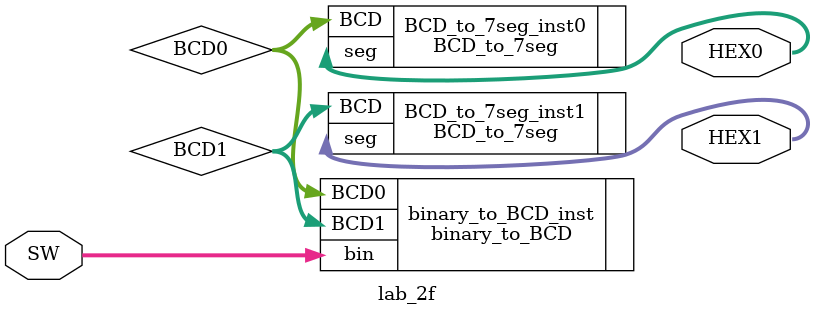
<source format=v>
module lab_2f(
    input [5:0] SW,
    output [6:0] HEX0, HEX1
);
    wire [3:0] BCD1, BCD0;
    binary_to_BCD binary_to_BCD_inst(
        .bin(SW),
        .BCD1(BCD1),
        .BCD0(BCD0)
    );

    BCD_to_7seg BCD_to_7seg_inst1(
        .BCD(BCD1),
        .seg(HEX1)
    );

    BCD_to_7seg BCD_to_7seg_inst0(
        .BCD(BCD0),
        .seg(HEX0)
    );
endmodule










</source>
